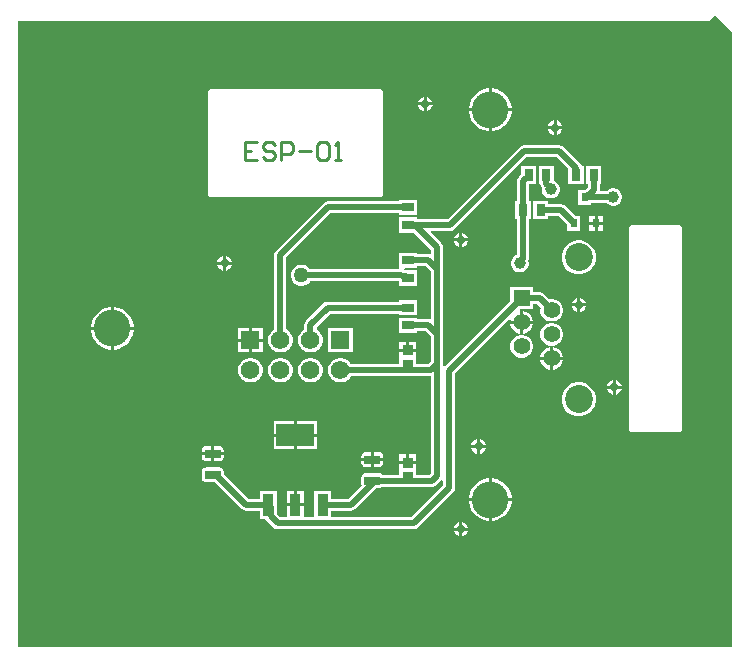
<source format=gbr>
%TF.GenerationSoftware,Altium Limited,Altium Designer,21.2.2 (38)*%
G04 Layer_Physical_Order=1*
G04 Layer_Color=255*
%FSLAX26Y26*%
%MOIN*%
%TF.SameCoordinates,75BC83C2-9D79-468A-8CB9-4745F9D1B378*%
%TF.FilePolarity,Positive*%
%TF.FileFunction,Copper,L1,Top,Signal*%
%TF.Part,Single*%
G01*
G75*
%TA.AperFunction,SMDPad,CuDef*%
G04:AMPARAMS|DCode=10|XSize=51.181mil|YSize=29.921mil|CornerRadius=3.74mil|HoleSize=0mil|Usage=FLASHONLY|Rotation=180.000|XOffset=0mil|YOffset=0mil|HoleType=Round|Shape=RoundedRectangle|*
%AMROUNDEDRECTD10*
21,1,0.051181,0.022441,0,0,180.0*
21,1,0.043701,0.029921,0,0,180.0*
1,1,0.007480,-0.021850,0.011220*
1,1,0.007480,0.021850,0.011220*
1,1,0.007480,0.021850,-0.011220*
1,1,0.007480,-0.021850,-0.011220*
%
%ADD10ROUNDEDRECTD10*%
%ADD11R,0.035433X0.074803*%
%ADD12R,0.125984X0.074803*%
%ADD13R,0.037402X0.037402*%
%ADD14R,0.039370X0.031496*%
%ADD15R,0.031496X0.039370*%
%ADD16R,0.023622X0.029528*%
%TA.AperFunction,Conductor*%
%ADD17C,0.019685*%
%TA.AperFunction,NonConductor*%
%ADD18C,0.010000*%
%TA.AperFunction,ComponentPad*%
%ADD19C,0.062008*%
%ADD20R,0.062008X0.062008*%
%ADD21C,0.055118*%
%ADD22C,0.092913*%
%ADD23R,0.055118X0.055118*%
%TA.AperFunction,ViaPad*%
%ADD24C,0.122047*%
%ADD25C,0.028000*%
%ADD26C,0.039370*%
%ADD27C,0.050000*%
G36*
X2204724Y984252D02*
Y-1062992D01*
X-177165D01*
Y905512D01*
Y1023622D01*
X2125984D01*
X2145669Y1043307D01*
X2204724Y984252D01*
D02*
G37*
%LPC*%
G36*
X1186102Y771938D02*
Y753032D01*
X1205009D01*
X1201449Y761626D01*
X1194697Y768378D01*
X1186102Y771938D01*
D02*
G37*
G36*
X1176102D02*
X1167507Y768378D01*
X1160756Y761626D01*
X1157196Y753032D01*
X1176102D01*
Y771938D01*
D02*
G37*
G36*
X1404633Y799370D02*
X1402638D01*
Y733346D01*
X1468661D01*
Y735342D01*
X1465932Y749063D01*
X1460578Y761989D01*
X1452805Y773621D01*
X1442913Y783514D01*
X1431280Y791287D01*
X1418355Y796641D01*
X1404633Y799370D01*
D02*
G37*
G36*
X1392638D02*
X1390643D01*
X1376921Y796641D01*
X1363995Y791287D01*
X1352363Y783514D01*
X1342470Y773621D01*
X1334697Y761989D01*
X1329344Y749063D01*
X1326614Y735342D01*
Y733346D01*
X1392638D01*
Y799370D01*
D02*
G37*
G36*
X1205009Y743032D02*
X1186102D01*
Y724125D01*
X1194697Y727685D01*
X1201449Y734437D01*
X1205009Y743032D01*
D02*
G37*
G36*
X1176102D02*
X1157196D01*
X1160756Y734437D01*
X1167507Y727685D01*
X1176102Y724125D01*
Y743032D01*
D02*
G37*
G36*
X1619173Y693198D02*
Y674291D01*
X1638080D01*
X1634519Y682886D01*
X1627768Y689638D01*
X1619173Y693198D01*
D02*
G37*
G36*
X1609173D02*
X1600578Y689638D01*
X1593827Y682886D01*
X1590267Y674291D01*
X1609173D01*
Y693198D01*
D02*
G37*
G36*
X1468661Y723346D02*
X1402638D01*
Y657323D01*
X1404633D01*
X1418355Y660052D01*
X1431280Y665406D01*
X1442913Y673179D01*
X1452805Y683072D01*
X1460578Y694704D01*
X1465932Y707630D01*
X1468661Y721351D01*
Y723346D01*
D02*
G37*
G36*
X1392638D02*
X1326614D01*
Y721351D01*
X1329344Y707630D01*
X1334697Y694704D01*
X1342470Y683072D01*
X1352363Y673179D01*
X1363995Y665406D01*
X1376921Y660052D01*
X1390643Y657323D01*
X1392638D01*
Y723346D01*
D02*
G37*
G36*
X1638080Y664291D02*
X1619173D01*
Y645385D01*
X1627768Y648945D01*
X1634519Y655696D01*
X1638080Y664291D01*
D02*
G37*
G36*
X1609173D02*
X1590267D01*
X1593827Y655696D01*
X1600578Y648945D01*
X1609173Y645385D01*
Y664291D01*
D02*
G37*
G36*
X1627953Y610782D02*
X1509842D01*
X1502100Y609242D01*
X1495537Y604857D01*
X1255399Y364719D01*
X1151732D01*
Y370236D01*
X1092362D01*
Y318740D01*
X1142806D01*
X1200241Y261305D01*
Y249716D01*
X1195241Y246067D01*
X1190554Y247000D01*
X1151732D01*
Y252126D01*
X1092362D01*
Y202397D01*
X1092362Y200630D01*
X1088701Y197397D01*
X796451D01*
X795723Y198656D01*
X789207Y205172D01*
X781226Y209780D01*
X772324Y212165D01*
X763109D01*
X754207Y209780D01*
X746226Y205172D01*
X739710Y198656D01*
X735102Y190675D01*
X732716Y181773D01*
Y172558D01*
X735102Y163656D01*
X739710Y155675D01*
X746226Y149158D01*
X754207Y144551D01*
X763109Y142165D01*
X772324D01*
X781226Y144551D01*
X789207Y149158D01*
X795723Y155675D01*
X796451Y156934D01*
X1092362D01*
Y141575D01*
X1151732D01*
Y193071D01*
X1118096D01*
X1116142Y193460D01*
X1113021D01*
X1109663Y197490D01*
X1111669Y200630D01*
X1151732D01*
Y206537D01*
X1182174D01*
X1200241Y188470D01*
Y33051D01*
X1195241Y29219D01*
X1190945Y30074D01*
X1151732D01*
Y35590D01*
X1092362D01*
Y-15906D01*
X1151732D01*
Y-10389D01*
X1182565D01*
X1200241Y-28065D01*
Y-109730D01*
X1192407Y-117564D01*
X1150748D01*
Y-102520D01*
Y-78819D01*
X1122047D01*
X1093346D01*
Y-102520D01*
Y-117564D01*
X932789D01*
X930843Y-114193D01*
X923208Y-106559D01*
X913858Y-101161D01*
X903430Y-98366D01*
X892633D01*
X882205Y-101161D01*
X872855Y-106559D01*
X865220Y-114193D01*
X859822Y-123543D01*
X857028Y-133972D01*
Y-144768D01*
X859822Y-155197D01*
X865220Y-164547D01*
X872855Y-172181D01*
X882205Y-177580D01*
X892633Y-180374D01*
X903430D01*
X913858Y-177580D01*
X923208Y-172181D01*
X930843Y-164547D01*
X934607Y-158026D01*
X1200241D01*
Y-483746D01*
X1196344Y-487643D01*
X1150748D01*
Y-476535D01*
Y-452835D01*
X1122047D01*
X1093346D01*
Y-476535D01*
Y-487643D01*
X1036292D01*
X1035693Y-486748D01*
X1031149Y-483711D01*
X1025787Y-482644D01*
X982087D01*
X976726Y-483711D01*
X972181Y-486748D01*
X969144Y-491292D01*
X968077Y-496654D01*
Y-519094D01*
X968921Y-523334D01*
X923904Y-568351D01*
X866299D01*
Y-541181D01*
X810866D01*
Y-629375D01*
X775748D01*
Y-593583D01*
X748032D01*
X720315D01*
Y-629375D01*
X697356D01*
X685586Y-617604D01*
Y-596457D01*
X685197Y-594502D01*
Y-541181D01*
X629764D01*
Y-568351D01*
X591845D01*
X508301Y-484808D01*
Y-476969D01*
X507234Y-471607D01*
X504197Y-467062D01*
X499652Y-464026D01*
X494291Y-462959D01*
X450591D01*
X445229Y-464026D01*
X440685Y-467062D01*
X437648Y-471607D01*
X436581Y-476969D01*
Y-499409D01*
X437648Y-504771D01*
X440685Y-509315D01*
X445229Y-512352D01*
X450591Y-513419D01*
X479689D01*
X569159Y-602888D01*
X575722Y-607274D01*
X583465Y-608814D01*
X629764D01*
Y-635984D01*
X648172D01*
X651049Y-640290D01*
X674671Y-663912D01*
X681234Y-668298D01*
X688976Y-669837D01*
X1141732D01*
X1149475Y-668298D01*
X1156038Y-663912D01*
X1274148Y-545802D01*
X1278534Y-539238D01*
X1280074Y-531496D01*
Y-150492D01*
X1461092Y30526D01*
X1465575Y27938D01*
X1464811Y25085D01*
X1497355D01*
Y60980D01*
X1496643Y62038D01*
X1496578Y62413D01*
X1496825Y62841D01*
X1539914D01*
Y80169D01*
X1553400D01*
X1565553Y68015D01*
X1564796Y65187D01*
Y55298D01*
X1567355Y45745D01*
X1572300Y37181D01*
X1579293Y30188D01*
X1587858Y25243D01*
X1597410Y22684D01*
X1607299D01*
X1616852Y25243D01*
X1625417Y30188D01*
X1632409Y37181D01*
X1637354Y45745D01*
X1639914Y55298D01*
Y65187D01*
X1637354Y74740D01*
X1632409Y83304D01*
X1625417Y90297D01*
X1616852Y95242D01*
X1607299Y97802D01*
X1597410D01*
X1593924Y96867D01*
X1576085Y114706D01*
X1569522Y119091D01*
X1561780Y120631D01*
X1539914D01*
Y137959D01*
X1464796D01*
Y91452D01*
X1245704Y-127640D01*
X1244988Y-127606D01*
X1240704Y-126040D01*
Y-118110D01*
Y-19685D01*
Y196850D01*
Y269685D01*
X1239164Y277427D01*
X1234778Y283991D01*
X1199131Y319638D01*
X1201044Y324257D01*
X1263780D01*
X1271522Y325797D01*
X1278085Y330183D01*
X1518223Y570320D01*
X1619573D01*
X1657323Y532570D01*
Y482126D01*
X1708819D01*
Y541496D01*
X1702096D01*
X1701762Y543175D01*
X1697377Y549739D01*
X1642258Y604857D01*
X1635695Y609242D01*
X1627953Y610782D01*
D02*
G37*
G36*
X1029848Y797593D02*
X466553D01*
X462652Y796817D01*
X459344Y794606D01*
X457134Y791299D01*
X456358Y787397D01*
Y447721D01*
X457134Y443820D01*
X459344Y440512D01*
X462652Y438302D01*
X466553Y437526D01*
X1029848D01*
X1033750Y438302D01*
X1037057Y440512D01*
X1039268Y443820D01*
X1040044Y447721D01*
Y787397D01*
X1039268Y791299D01*
X1037057Y794606D01*
X1033750Y796817D01*
X1029848Y797593D01*
D02*
G37*
G36*
X1610394Y541496D02*
X1558898D01*
Y482126D01*
X1564474D01*
X1565955Y474685D01*
X1569872Y468822D01*
X1569296Y466673D01*
Y458857D01*
X1571319Y451307D01*
X1575227Y444538D01*
X1580754Y439011D01*
X1587523Y435103D01*
X1595073Y433080D01*
X1602889D01*
X1610439Y435103D01*
X1617208Y439011D01*
X1622735Y444538D01*
X1626643Y451307D01*
X1628666Y458857D01*
Y466673D01*
X1626643Y474223D01*
X1622735Y480992D01*
X1617208Y486519D01*
X1610439Y490427D01*
X1610394Y490439D01*
Y541496D01*
D02*
G37*
G36*
X1767874D02*
X1716378D01*
Y482126D01*
X1721895D01*
Y470978D01*
X1712707Y461790D01*
X1712613Y461772D01*
X1690787D01*
Y412244D01*
X1734409D01*
Y416777D01*
X1785337D01*
X1788860Y413254D01*
X1795629Y409346D01*
X1803178Y407323D01*
X1810995D01*
X1818545Y409346D01*
X1825314Y413254D01*
X1830841Y418781D01*
X1834749Y425550D01*
X1836772Y433100D01*
Y440916D01*
X1834749Y448466D01*
X1830841Y455235D01*
X1825314Y460762D01*
X1818545Y464670D01*
X1810995Y466693D01*
X1803178D01*
X1795629Y464670D01*
X1788860Y460762D01*
X1785337Y457239D01*
X1765232D01*
X1762060Y461104D01*
X1762357Y462598D01*
Y482126D01*
X1767874D01*
Y541496D01*
D02*
G37*
G36*
X1151732Y429291D02*
X1092362D01*
Y423774D01*
X856299D01*
X848557Y422235D01*
X841994Y417849D01*
X681701Y257557D01*
X677316Y250993D01*
X675776Y243251D01*
Y-4872D01*
X672855Y-6559D01*
X665220Y-14193D01*
X659822Y-23543D01*
X657028Y-33972D01*
Y-44768D01*
X659822Y-55197D01*
X665220Y-64547D01*
X672855Y-72181D01*
X682205Y-77580D01*
X692633Y-80374D01*
X703430D01*
X713858Y-77580D01*
X723208Y-72181D01*
X730843Y-64547D01*
X736241Y-55197D01*
X739035Y-44768D01*
Y-33972D01*
X736241Y-23543D01*
X730843Y-14193D01*
X723208Y-6559D01*
X716238Y-2535D01*
Y234871D01*
X864679Y383312D01*
X1092362D01*
Y377795D01*
X1151732D01*
Y429291D01*
D02*
G37*
G36*
X1771811Y375158D02*
X1755000D01*
Y355394D01*
X1771811D01*
Y375158D01*
D02*
G37*
G36*
X1745000D02*
X1728189D01*
Y355394D01*
X1745000D01*
Y375158D01*
D02*
G37*
G36*
X1771811Y345394D02*
X1755000D01*
Y325630D01*
X1771811D01*
Y345394D01*
D02*
G37*
G36*
X1745000D02*
X1728189D01*
Y325630D01*
X1745000D01*
Y345394D01*
D02*
G37*
G36*
X1590709Y423386D02*
X1539213D01*
Y364016D01*
X1590709D01*
Y373470D01*
X1626462D01*
X1653386Y346546D01*
Y325630D01*
X1697008D01*
Y375158D01*
X1681997D01*
X1649148Y408006D01*
X1642585Y412392D01*
X1634842Y413932D01*
X1590709D01*
Y423386D01*
D02*
G37*
G36*
X1304213Y319182D02*
Y300276D01*
X1323119D01*
X1319559Y308870D01*
X1312807Y315622D01*
X1304213Y319182D01*
D02*
G37*
G36*
X1294213D02*
X1285618Y315622D01*
X1278866Y308870D01*
X1275306Y300276D01*
X1294213D01*
Y319182D01*
D02*
G37*
G36*
X1323119Y290276D02*
X1304213D01*
Y271369D01*
X1312807Y274929D01*
X1319559Y281681D01*
X1323119Y290276D01*
D02*
G37*
G36*
X1294213D02*
X1275306D01*
X1278866Y281681D01*
X1285618Y274929D01*
X1294213Y271369D01*
Y290276D01*
D02*
G37*
G36*
X516811Y240442D02*
Y221535D01*
X535717D01*
X532157Y230130D01*
X525406Y236882D01*
X516811Y240442D01*
D02*
G37*
G36*
X506811D02*
X498216Y236882D01*
X491465Y230130D01*
X487905Y221535D01*
X506811D01*
Y240442D01*
D02*
G37*
G36*
X535717Y211535D02*
X516811D01*
Y192629D01*
X525406Y196189D01*
X532157Y202940D01*
X535717Y211535D01*
D02*
G37*
G36*
X506811D02*
X487905D01*
X491465Y202940D01*
X498216Y196189D01*
X506811Y192629D01*
Y211535D01*
D02*
G37*
G36*
X1551339Y541496D02*
X1499842D01*
Y512985D01*
X1491600Y504743D01*
X1487214Y498179D01*
X1485674Y490437D01*
Y423386D01*
X1480158D01*
Y364016D01*
X1485674D01*
Y244484D01*
X1484605Y244197D01*
X1477836Y240289D01*
X1472309Y234762D01*
X1468401Y227993D01*
X1466378Y220444D01*
Y212627D01*
X1468401Y205077D01*
X1472309Y198308D01*
X1477836Y192781D01*
X1484605Y188873D01*
X1492155Y186850D01*
X1499971D01*
X1507521Y188873D01*
X1514290Y192781D01*
X1519817Y198308D01*
X1523725Y205077D01*
X1525748Y212627D01*
Y220444D01*
X1524686Y224409D01*
X1526137Y231705D01*
Y364016D01*
X1531653D01*
Y423386D01*
X1526137D01*
Y482057D01*
X1526206Y482126D01*
X1551339D01*
Y541496D01*
D02*
G37*
G36*
X1700339Y292684D02*
X1685473D01*
X1671114Y288836D01*
X1658241Y281404D01*
X1647729Y270892D01*
X1640297Y258018D01*
X1636449Y243660D01*
Y228794D01*
X1640297Y214435D01*
X1647729Y201562D01*
X1658241Y191050D01*
X1671114Y183618D01*
X1685473Y179770D01*
X1700339D01*
X1714697Y183618D01*
X1727571Y191050D01*
X1738082Y201562D01*
X1745515Y214435D01*
X1749363Y228794D01*
Y243660D01*
X1745515Y258018D01*
X1738082Y270892D01*
X1727571Y281404D01*
X1714697Y288836D01*
X1700339Y292684D01*
D02*
G37*
G36*
X1697913Y102647D02*
Y83740D01*
X1716820D01*
X1713260Y92335D01*
X1706508Y99086D01*
X1697913Y102647D01*
D02*
G37*
G36*
X1687913D02*
X1679319Y99086D01*
X1672567Y92335D01*
X1669007Y83740D01*
X1687913D01*
Y102647D01*
D02*
G37*
G36*
X1716820Y73740D02*
X1697913D01*
Y54834D01*
X1706508Y58394D01*
X1713260Y65145D01*
X1716820Y73740D01*
D02*
G37*
G36*
X1687913D02*
X1669007D01*
X1672567Y65145D01*
X1679319Y58394D01*
X1687913Y54834D01*
Y73740D01*
D02*
G37*
G36*
X1151732Y94646D02*
X1092362D01*
Y88706D01*
X855876D01*
X848134Y87165D01*
X841570Y82780D01*
X783726Y24936D01*
X779340Y18372D01*
X777800Y10630D01*
Y-3703D01*
X772855Y-6559D01*
X765220Y-14193D01*
X759822Y-23543D01*
X757028Y-33972D01*
Y-44768D01*
X759822Y-55197D01*
X765220Y-64547D01*
X772855Y-72181D01*
X782205Y-77580D01*
X792633Y-80374D01*
X803430D01*
X813858Y-77580D01*
X823208Y-72181D01*
X830843Y-64547D01*
X836241Y-55197D01*
X839035Y-44768D01*
Y-33972D01*
X836241Y-23543D01*
X830843Y-14193D01*
X823208Y-6559D01*
X818263Y-3703D01*
Y2250D01*
X864256Y48243D01*
X1092362D01*
Y43150D01*
X1151732D01*
Y94646D01*
D02*
G37*
G36*
X1507355Y57629D02*
Y25085D01*
X1539899D01*
X1537354Y34582D01*
X1532409Y43147D01*
X1525417Y50140D01*
X1516852Y55084D01*
X1507355Y57629D01*
D02*
G37*
G36*
X144791Y71024D02*
X142795D01*
Y5000D01*
X208819D01*
Y6995D01*
X206089Y20717D01*
X200736Y33642D01*
X192963Y45275D01*
X183070Y55168D01*
X171438Y62940D01*
X158512Y68294D01*
X144791Y71024D01*
D02*
G37*
G36*
X132795D02*
X130800D01*
X117079Y68294D01*
X104153Y62940D01*
X92520Y55168D01*
X82628Y45275D01*
X74855Y33642D01*
X69501Y20717D01*
X66772Y6995D01*
Y5000D01*
X132795D01*
Y71024D01*
D02*
G37*
G36*
X1539899Y15085D02*
X1507355D01*
Y-17459D01*
X1516852Y-14914D01*
X1525417Y-9970D01*
X1532409Y-2977D01*
X1537354Y5588D01*
X1539899Y15085D01*
D02*
G37*
G36*
X1497355D02*
X1464811D01*
X1467355Y5588D01*
X1472300Y-2977D01*
X1479293Y-9970D01*
X1487858Y-14914D01*
X1497355Y-17459D01*
Y15085D01*
D02*
G37*
G36*
X639035Y1634D02*
X603032D01*
Y-34370D01*
X639035D01*
Y1634D01*
D02*
G37*
G36*
X593032D02*
X557028D01*
Y-34370D01*
X593032D01*
Y1634D01*
D02*
G37*
G36*
X1607299Y17487D02*
X1597410D01*
X1587858Y14927D01*
X1579293Y9982D01*
X1572300Y2990D01*
X1567355Y-5575D01*
X1564796Y-15128D01*
Y-25017D01*
X1567355Y-34569D01*
X1572300Y-43134D01*
X1579293Y-50127D01*
X1587858Y-55072D01*
X1597410Y-57631D01*
X1607299D01*
X1616852Y-55072D01*
X1625417Y-50127D01*
X1632409Y-43134D01*
X1637354Y-34569D01*
X1639914Y-25017D01*
Y-15128D01*
X1637354Y-5575D01*
X1632409Y2990D01*
X1625417Y9982D01*
X1616852Y14927D01*
X1607299Y17487D01*
D02*
G37*
G36*
X1150748Y-45118D02*
X1127047D01*
Y-68819D01*
X1150748D01*
Y-45118D01*
D02*
G37*
G36*
X1117047D02*
X1093346D01*
Y-68819D01*
X1117047D01*
Y-45118D01*
D02*
G37*
G36*
X208819Y-5000D02*
X142795D01*
Y-71024D01*
X144791D01*
X158512Y-68294D01*
X171438Y-62940D01*
X183070Y-55168D01*
X192963Y-45275D01*
X200736Y-33642D01*
X206089Y-20717D01*
X208819Y-6995D01*
Y-5000D01*
D02*
G37*
G36*
X132795D02*
X66772D01*
Y-6995D01*
X69501Y-20717D01*
X74855Y-33642D01*
X82628Y-45275D01*
X92520Y-55168D01*
X104153Y-62940D01*
X117079Y-68294D01*
X130800Y-71024D01*
X132795D01*
Y-5000D01*
D02*
G37*
G36*
X939035Y1634D02*
X857028D01*
Y-80374D01*
X939035D01*
Y1634D01*
D02*
G37*
G36*
X639035Y-44370D02*
X603032D01*
Y-80374D01*
X639035D01*
Y-44370D01*
D02*
G37*
G36*
X593032D02*
X557028D01*
Y-80374D01*
X593032D01*
Y-44370D01*
D02*
G37*
G36*
X1607355Y-62843D02*
Y-95387D01*
X1639899D01*
X1637354Y-85890D01*
X1632409Y-77326D01*
X1625417Y-70333D01*
X1616852Y-65388D01*
X1607355Y-62843D01*
D02*
G37*
G36*
X1597355D02*
X1587858Y-65388D01*
X1579293Y-70333D01*
X1572300Y-77326D01*
X1567355Y-85890D01*
X1564811Y-95387D01*
X1597355D01*
Y-62843D01*
D02*
G37*
G36*
X1507299Y-22671D02*
X1497410D01*
X1487858Y-25230D01*
X1479293Y-30175D01*
X1472300Y-37168D01*
X1467355Y-45733D01*
X1464796Y-55285D01*
Y-65174D01*
X1467355Y-74727D01*
X1472300Y-83292D01*
X1479293Y-90284D01*
X1487858Y-95229D01*
X1497410Y-97789D01*
X1507299D01*
X1516852Y-95229D01*
X1525417Y-90284D01*
X1532409Y-83292D01*
X1537354Y-74727D01*
X1539914Y-65174D01*
Y-55285D01*
X1537354Y-45733D01*
X1532409Y-37168D01*
X1525417Y-30175D01*
X1516852Y-25230D01*
X1507299Y-22671D01*
D02*
G37*
G36*
X1639899Y-105387D02*
X1607355D01*
Y-137931D01*
X1616852Y-135387D01*
X1625417Y-130442D01*
X1632409Y-123449D01*
X1637354Y-114885D01*
X1639899Y-105387D01*
D02*
G37*
G36*
X1597355D02*
X1564811D01*
X1567355Y-114885D01*
X1572300Y-123449D01*
X1579293Y-130442D01*
X1587858Y-135387D01*
X1597355Y-137931D01*
Y-105387D01*
D02*
G37*
G36*
X803430Y-98366D02*
X792633D01*
X782205Y-101161D01*
X772855Y-106559D01*
X765220Y-114193D01*
X759822Y-123543D01*
X757028Y-133972D01*
Y-144768D01*
X759822Y-155197D01*
X765220Y-164547D01*
X772855Y-172181D01*
X782205Y-177580D01*
X792633Y-180374D01*
X803430D01*
X813858Y-177580D01*
X823208Y-172181D01*
X830843Y-164547D01*
X836241Y-155197D01*
X839035Y-144768D01*
Y-133972D01*
X836241Y-123543D01*
X830843Y-114193D01*
X823208Y-106559D01*
X813858Y-101161D01*
X803430Y-98366D01*
D02*
G37*
G36*
X703430D02*
X692633D01*
X682205Y-101161D01*
X672855Y-106559D01*
X665220Y-114193D01*
X659822Y-123543D01*
X657028Y-133972D01*
Y-144768D01*
X659822Y-155197D01*
X665220Y-164547D01*
X672855Y-172181D01*
X682205Y-177580D01*
X692633Y-180374D01*
X703430D01*
X713858Y-177580D01*
X723208Y-172181D01*
X730843Y-164547D01*
X736241Y-155197D01*
X739035Y-144768D01*
Y-133972D01*
X736241Y-123543D01*
X730843Y-114193D01*
X723208Y-106559D01*
X713858Y-101161D01*
X703430Y-98366D01*
D02*
G37*
G36*
X603430D02*
X592633D01*
X582205Y-101161D01*
X572855Y-106559D01*
X565220Y-114193D01*
X559822Y-123543D01*
X557028Y-133972D01*
Y-144768D01*
X559822Y-155197D01*
X565220Y-164547D01*
X572855Y-172181D01*
X582205Y-177580D01*
X592633Y-180374D01*
X603430D01*
X613858Y-177580D01*
X623208Y-172181D01*
X630843Y-164547D01*
X636241Y-155197D01*
X639035Y-144768D01*
Y-133972D01*
X636241Y-123543D01*
X630843Y-114193D01*
X623208Y-106559D01*
X613858Y-101161D01*
X603430Y-98366D01*
D02*
G37*
G36*
X1816024Y-172944D02*
Y-191850D01*
X1834930D01*
X1831370Y-183256D01*
X1824619Y-176504D01*
X1816024Y-172944D01*
D02*
G37*
G36*
X1806024D02*
X1797429Y-176504D01*
X1790677Y-183256D01*
X1787117Y-191850D01*
X1806024D01*
Y-172944D01*
D02*
G37*
G36*
X1834930Y-201850D02*
X1816024D01*
Y-220757D01*
X1824619Y-217197D01*
X1831370Y-210445D01*
X1834930Y-201850D01*
D02*
G37*
G36*
X1806024D02*
X1787117D01*
X1790677Y-210445D01*
X1797429Y-217197D01*
X1806024Y-220757D01*
Y-201850D01*
D02*
G37*
G36*
X1700339Y-179757D02*
X1685473D01*
X1671114Y-183605D01*
X1658241Y-191037D01*
X1647729Y-201549D01*
X1640297Y-214423D01*
X1636449Y-228781D01*
Y-243647D01*
X1640297Y-258006D01*
X1647729Y-270879D01*
X1658241Y-281391D01*
X1671114Y-288823D01*
X1685473Y-292671D01*
X1700339D01*
X1714697Y-288823D01*
X1727571Y-281391D01*
X1738082Y-270879D01*
X1745515Y-258006D01*
X1749363Y-243647D01*
Y-228781D01*
X1745515Y-214423D01*
X1738082Y-201549D01*
X1727571Y-191037D01*
X1714697Y-183605D01*
X1700339Y-179757D01*
D02*
G37*
G36*
X2027559Y344842D02*
X1870079D01*
X1866177Y344065D01*
X1862869Y341855D01*
X1860659Y338548D01*
X1859883Y334646D01*
Y-334646D01*
X1860659Y-338548D01*
X1862869Y-341855D01*
X1866177Y-344065D01*
X1870079Y-344842D01*
X2027559D01*
X2031461Y-344065D01*
X2034769Y-341855D01*
X2036979Y-338548D01*
X2037755Y-334646D01*
Y334646D01*
X2036979Y338548D01*
X2034769Y341855D01*
X2031461Y344065D01*
X2027559Y344842D01*
D02*
G37*
G36*
X821024Y-308898D02*
X753032D01*
Y-351299D01*
X821024D01*
Y-308898D01*
D02*
G37*
G36*
X743032D02*
X675039D01*
Y-351299D01*
X743032D01*
Y-308898D01*
D02*
G37*
G36*
X1363268Y-369795D02*
Y-388701D01*
X1382174D01*
X1378614Y-380106D01*
X1371863Y-373355D01*
X1363268Y-369795D01*
D02*
G37*
G36*
X1353268D02*
X1344673Y-373355D01*
X1337921Y-380106D01*
X1334361Y-388701D01*
X1353268D01*
Y-369795D01*
D02*
G37*
G36*
X821024Y-361299D02*
X753032D01*
Y-403701D01*
X821024D01*
Y-361299D01*
D02*
G37*
G36*
X743032D02*
X675039D01*
Y-403701D01*
X743032D01*
Y-361299D01*
D02*
G37*
G36*
X494291Y-392487D02*
X477441D01*
Y-412716D01*
X508301D01*
Y-406496D01*
X507234Y-401135D01*
X504197Y-396590D01*
X499652Y-393553D01*
X494291Y-392487D01*
D02*
G37*
G36*
X467441D02*
X450591D01*
X445229Y-393553D01*
X440685Y-396590D01*
X437648Y-401135D01*
X436581Y-406496D01*
Y-412716D01*
X467441D01*
Y-392487D01*
D02*
G37*
G36*
X1382174Y-398701D02*
X1363268D01*
Y-417607D01*
X1371863Y-414047D01*
X1378614Y-407296D01*
X1382174Y-398701D01*
D02*
G37*
G36*
X1353268D02*
X1334361D01*
X1337921Y-407296D01*
X1344673Y-414047D01*
X1353268Y-417607D01*
Y-398701D01*
D02*
G37*
G36*
X1025787Y-412172D02*
X1008937D01*
Y-432402D01*
X1039797D01*
Y-426181D01*
X1038730Y-420820D01*
X1035693Y-416275D01*
X1031149Y-413238D01*
X1025787Y-412172D01*
D02*
G37*
G36*
X998937D02*
X982087D01*
X976726Y-413238D01*
X972181Y-416275D01*
X969144Y-420820D01*
X968077Y-426181D01*
Y-432402D01*
X998937D01*
Y-412172D01*
D02*
G37*
G36*
X1150748Y-419134D02*
X1127047D01*
Y-442835D01*
X1150748D01*
Y-419134D01*
D02*
G37*
G36*
X1117047D02*
X1093346D01*
Y-442835D01*
X1117047D01*
Y-419134D01*
D02*
G37*
G36*
X508301Y-422716D02*
X477441D01*
Y-442946D01*
X494291D01*
X499652Y-441880D01*
X504197Y-438843D01*
X507234Y-434298D01*
X508301Y-428937D01*
Y-422716D01*
D02*
G37*
G36*
X467441D02*
X436581D01*
Y-428937D01*
X437648Y-434298D01*
X440685Y-438843D01*
X445229Y-441880D01*
X450591Y-442946D01*
X467441D01*
Y-422716D01*
D02*
G37*
G36*
X1039797Y-442402D02*
X1008937D01*
Y-462631D01*
X1025787D01*
X1031149Y-461565D01*
X1035693Y-458528D01*
X1038730Y-453983D01*
X1039797Y-448622D01*
Y-442402D01*
D02*
G37*
G36*
X998937D02*
X968077D01*
Y-448622D01*
X969144Y-453983D01*
X972181Y-458528D01*
X976726Y-461565D01*
X982087Y-462631D01*
X998937D01*
Y-442402D01*
D02*
G37*
G36*
X1404633Y-499842D02*
X1402638D01*
Y-565866D01*
X1468661D01*
Y-563871D01*
X1465932Y-550149D01*
X1460578Y-537224D01*
X1452805Y-525591D01*
X1442913Y-515698D01*
X1431280Y-507926D01*
X1418355Y-502572D01*
X1404633Y-499842D01*
D02*
G37*
G36*
X1392638D02*
X1390643D01*
X1376921Y-502572D01*
X1363995Y-507926D01*
X1352363Y-515698D01*
X1342470Y-525591D01*
X1334697Y-537224D01*
X1329344Y-550149D01*
X1326614Y-563871D01*
Y-565866D01*
X1392638D01*
Y-499842D01*
D02*
G37*
G36*
X775748Y-541181D02*
X753032D01*
Y-583583D01*
X775748D01*
Y-541181D01*
D02*
G37*
G36*
X743032D02*
X720315D01*
Y-583583D01*
X743032D01*
Y-541181D01*
D02*
G37*
G36*
X1468661Y-575866D02*
X1402638D01*
Y-641890D01*
X1404633D01*
X1418355Y-639160D01*
X1431280Y-633806D01*
X1442913Y-626034D01*
X1452805Y-616141D01*
X1460578Y-604508D01*
X1465932Y-591583D01*
X1468661Y-577861D01*
Y-575866D01*
D02*
G37*
G36*
X1392638D02*
X1326614D01*
Y-577861D01*
X1329344Y-591583D01*
X1334697Y-604508D01*
X1342470Y-616141D01*
X1352363Y-626034D01*
X1363995Y-633806D01*
X1376921Y-639160D01*
X1390643Y-641890D01*
X1392638D01*
Y-575866D01*
D02*
G37*
G36*
X1304213Y-645385D02*
Y-664291D01*
X1323119D01*
X1319559Y-655696D01*
X1312807Y-648945D01*
X1304213Y-645385D01*
D02*
G37*
G36*
X1294213D02*
X1285618Y-648945D01*
X1278866Y-655696D01*
X1275306Y-664291D01*
X1294213D01*
Y-645385D01*
D02*
G37*
G36*
X1323119Y-674291D02*
X1304213D01*
Y-693198D01*
X1312807Y-689638D01*
X1319559Y-682886D01*
X1323119Y-674291D01*
D02*
G37*
G36*
X1294213D02*
X1275306D01*
X1278866Y-682886D01*
X1285618Y-689638D01*
X1294213Y-693198D01*
Y-674291D01*
D02*
G37*
%LPD*%
G36*
X1235326Y-506632D02*
X1239611Y-508198D01*
Y-523116D01*
X1133352Y-629375D01*
X866299D01*
Y-608814D01*
X932284D01*
X940026Y-607274D01*
X946589Y-602888D01*
X1016374Y-533104D01*
X1025787D01*
X1031149Y-532037D01*
X1035693Y-529000D01*
X1036292Y-528105D01*
X1204724D01*
X1212466Y-526565D01*
X1219030Y-522180D01*
X1234611Y-506598D01*
X1235326Y-506632D01*
D02*
G37*
D10*
X472441Y-417716D02*
D03*
Y-488189D02*
D03*
X1003937Y-437401D02*
D03*
Y-507874D02*
D03*
D11*
X657480Y-588583D02*
D03*
X748032D02*
D03*
X838583D02*
D03*
D12*
X748032Y-356299D02*
D03*
D13*
X1122047Y-447835D02*
D03*
Y-497047D02*
D03*
Y-73819D02*
D03*
Y-123031D02*
D03*
D14*
Y344488D02*
D03*
Y403543D02*
D03*
Y167323D02*
D03*
Y226378D02*
D03*
Y9842D02*
D03*
Y68898D02*
D03*
D15*
X1505906Y393701D02*
D03*
X1564961D02*
D03*
X1525591Y511811D02*
D03*
X1584646D02*
D03*
X1742126D02*
D03*
X1683071D02*
D03*
D16*
X1712598Y437008D02*
D03*
X1750000Y350394D02*
D03*
X1675197D02*
D03*
D17*
X483071Y-488189D02*
X583465Y-588583D01*
X1116142Y173228D02*
X1122047Y167323D01*
X767716Y177165D02*
X1100673D01*
X1104610Y173228D02*
X1116142D01*
X1100673Y177165D02*
X1104610Y173228D01*
X1673228Y355315D02*
X1673228D01*
X1564961Y393701D02*
X1634842D01*
X1673228Y355315D01*
X1505906Y231705D02*
Y490437D01*
X1517437Y501968D01*
X1519685D01*
X1190554Y226769D02*
X1220472Y196850D01*
X1140375Y226769D02*
X1190554D01*
X1712598Y437008D02*
X1807087D01*
X798032Y10630D02*
X855876Y68474D01*
X1121624D02*
X1122047Y68898D01*
X855876Y68474D02*
X1121624D01*
X898032Y-139370D02*
X899606Y-137795D01*
X1200787D01*
X1023622Y-507874D02*
X1122047D01*
X1200787Y-137795D02*
X1220472Y-118110D01*
X1122047Y-507874D02*
X1161417D01*
X696007Y-37346D02*
Y243251D01*
X856299Y403543D01*
X696007Y-37346D02*
X698032Y-39370D01*
X1496063Y216535D02*
Y221862D01*
X1505906Y231705D01*
X1673228Y355315D02*
X1673293Y355250D01*
Y354266D02*
Y355250D01*
X1519685Y501968D02*
X1519685Y501969D01*
X1584646Y511811D02*
X1584646Y511811D01*
Y482427D02*
Y511811D01*
X1601937Y60243D02*
X1602355D01*
X1502355Y100400D02*
X1561780D01*
X1601937Y60243D01*
X665354Y-625984D02*
Y-596457D01*
X657480Y-588583D02*
X665354Y-596457D01*
Y-625984D02*
X688976Y-649606D01*
X1141732D01*
X1259842Y-531496D01*
X583465Y-588583D02*
X657480D01*
X1259842Y-531496D02*
Y-142112D01*
X1161417Y-507874D02*
X1204724D01*
X1220472Y-492126D02*
Y-118110D01*
X1204724Y-507874D02*
X1220472Y-492126D01*
X1259842Y-142112D02*
X1502355Y100400D01*
X1012992Y-507874D02*
X1023622D01*
X1742126Y462598D02*
Y511811D01*
X1721457Y441929D02*
X1742126Y462598D01*
X1714567Y441929D02*
X1721457D01*
X1584646Y482427D02*
X1598981Y468092D01*
Y462765D02*
Y468092D01*
X932284Y-588583D02*
X1012992Y-507874D01*
X858268Y-588583D02*
X932284D01*
X1145669Y344488D02*
X1263780D01*
X1509842Y590551D01*
X1627953D01*
X1683071Y531496D02*
Y535433D01*
X1627953Y590551D02*
X1683071Y535433D01*
X1220472Y-118110D02*
Y-19685D01*
X798032Y-59055D02*
Y10630D01*
X856299Y403543D02*
X1122047D01*
X1145669Y344488D02*
X1220472Y269685D01*
Y196850D02*
Y269685D01*
Y-19685D02*
Y196850D01*
X1190945Y9842D02*
X1220472Y-19685D01*
X1141732Y9842D02*
X1190945D01*
D18*
X620853Y621162D02*
X580866D01*
Y561181D01*
X620853D01*
X580866Y591171D02*
X600860D01*
X680834Y611165D02*
X670837Y621162D01*
X650843D01*
X640847Y611165D01*
Y601168D01*
X650843Y591171D01*
X670837D01*
X680834Y581175D01*
Y571178D01*
X670837Y561181D01*
X650843D01*
X640847Y571178D01*
X700827Y561181D02*
Y621162D01*
X730818D01*
X740814Y611165D01*
Y591171D01*
X730818Y581175D01*
X700827D01*
X760808Y591171D02*
X800795D01*
X820788Y611165D02*
X830785Y621162D01*
X850779D01*
X860776Y611165D01*
Y571178D01*
X850779Y561181D01*
X830785D01*
X820788Y571178D01*
Y611165D01*
X880769Y561181D02*
X900763D01*
X890766D01*
Y621162D01*
X880769Y611165D01*
D19*
X898032Y-139370D02*
D03*
X798032D02*
D03*
X698032D02*
D03*
X598032D02*
D03*
X698032Y-39370D02*
D03*
X798032D02*
D03*
D20*
X598032D02*
D03*
X898032D02*
D03*
D21*
X1502355Y-60230D02*
D03*
X1602355Y-100387D02*
D03*
Y-20072D02*
D03*
Y60243D02*
D03*
Y-20072D02*
D03*
X1502355Y20085D02*
D03*
D22*
X1692906Y-236214D02*
D03*
Y236227D02*
D03*
D23*
X1502355Y100400D02*
D03*
D24*
X1397638Y-570866D02*
D03*
Y728346D02*
D03*
X137795Y0D02*
D03*
D25*
X1299213Y-669291D02*
D03*
X1181102Y748032D02*
D03*
X1299213Y295276D02*
D03*
X1614173Y669291D02*
D03*
X1692913Y78740D02*
D03*
X1811024Y-196850D02*
D03*
X511811Y216535D02*
D03*
X1358268Y-393701D02*
D03*
D26*
X1807087Y437008D02*
D03*
X1496063Y216535D02*
D03*
X1598981Y462765D02*
D03*
D27*
X767716Y177165D02*
D03*
%TF.MD5,8f25f5693d005388e02806e7aa300926*%
M02*

</source>
